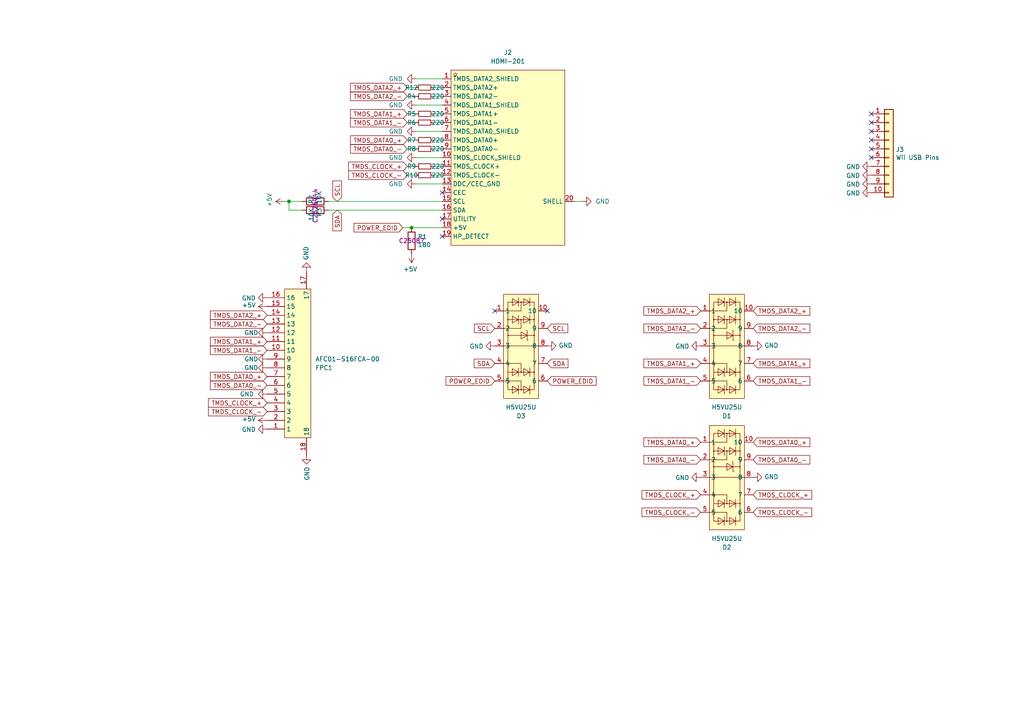
<source format=kicad_sch>
(kicad_sch (version 20230121) (generator eeschema)
  (paper "A4")
  (lib_symbols
    (symbol "Connector_Generic:Conn_01x10" (pin_names (offset 1.016) hide)
      (property "Reference" "J" (at 0 12.7 0))
      (property "Value" "Conn_01x10" (at 0 -15.24 0))
      (symbol "Conn_01x10_1_1"
        (rectangle (start -1.27 -12.573) (end 0 -12.827) (stroke (width 0.1524)))
        (rectangle (start -1.27 -10.033) (end 0 -10.287) (stroke (width 0.1524)))
        (rectangle (start -1.27 -7.493) (end 0 -7.747) (stroke (width 0.1524)))
        (rectangle (start -1.27 -4.953) (end 0 -5.207) (stroke (width 0.1524)))
        (rectangle (start -1.27 -2.413) (end 0 -2.667) (stroke (width 0.1524)))
        (rectangle (start -1.27 0.127) (end 0 -0.127) (stroke (width 0.1524)))
        (rectangle (start -1.27 2.667) (end 0 2.413) (stroke (width 0.1524)))
        (rectangle (start -1.27 5.207) (end 0 4.953) (stroke (width 0.1524)))
        (rectangle (start -1.27 7.747) (end 0 7.493) (stroke (width 0.1524)))
        (rectangle (start -1.27 10.287) (end 0 10.033) (stroke (width 0.1524)))
        (rectangle (start -1.27 11.43) (end 1.27 -13.97) (stroke (width 0.254)) (fill (type background)))
        (pin passive line (at -5.08 10.16 0) (length 3.81) (name "Pin_1") (number "1"))
        (pin passive line (at -5.08 -12.7 0) (length 3.81) (name "Pin_10") (number "10"))
        (pin passive line (at -5.08 7.62 0) (length 3.81) (name "Pin_2") (number "2"))
        (pin passive line (at -5.08 5.08 0) (length 3.81) (name "Pin_3") (number "3"))
        (pin passive line (at -5.08 2.54 0) (length 3.81) (name "Pin_4") (number "4"))
        (pin passive line (at -5.08 0 0) (length 3.81) (name "Pin_5") (number "5"))
        (pin passive line (at -5.08 -2.54 0) (length 3.81) (name "Pin_6") (number "6"))
        (pin passive line (at -5.08 -5.08 0) (length 3.81) (name "Pin_7") (number "7"))
        (pin passive line (at -5.08 -7.62 0) (length 3.81) (name "Pin_8") (number "8"))
        (pin passive line (at -5.08 -10.16 0) (length 3.81) (name "Pin_9") (number "9"))
      )
    )
    (symbol "Device:R" (pin_numbers hide) (pin_names (offset 0))
      (property "Reference" "R" (at 2.032 0 90))
      (property "Value" "R" (at 0 0 90))
      (symbol "R_0_1"
        (rectangle (start -1.016 -2.54) (end 1.016 2.54) (stroke (width 0.254)))
      )
      (symbol "R_1_1"
        (pin passive line (at 0 3.81 270) (length 1.27) (name "~") (number "1"))
        (pin passive line (at 0 -3.81 90) (length 1.27) (name "~") (number "2"))
      )
    )
    (symbol "Device:R_Small" (pin_numbers hide) (pin_names (offset 0.254) hide)
      (property "Reference" "R" (at 0.762 0.508 0))
      (property "Value" "R_Small" (at 0.762 -1.016 0))
      (symbol "R_Small_0_1"
        (rectangle (start -0.762 1.778) (end 0.762 -1.778) (stroke (width 0.2032)))
      )
      (symbol "R_Small_1_1"
        (pin passive line (at 0 2.54 270) (length 0.762) (name "~") (number "1"))
        (pin passive line (at 0 -2.54 90) (length 0.762) (name "~") (number "2"))
      )
    )
    (symbol "easyeda2kicad:AFC01-S16FCA-00"
      (property "Reference" "FPC" (at 0 31.75 0))
      (property "Value" "AFC01-S16FCA-00" (at 0 -31.75 0))
      (symbol "AFC01-S16FCA-00_0_1"
        (rectangle (start -1.27 21.59) (end 6.35 -21.59) (fill (type background)))
        (pin unspecified line (at -6.35 19.05 0) (length 5.08) (name "1") (number "1"))
        (pin unspecified line (at -6.35 -3.81 0) (length 5.08) (name "10") (number "10"))
        (pin unspecified line (at -6.35 -6.35 0) (length 5.08) (name "11") (number "11"))
        (pin unspecified line (at -6.35 -8.89 0) (length 5.08) (name "12") (number "12"))
        (pin unspecified line (at -6.35 -11.43 0) (length 5.08) (name "13") (number "13"))
        (pin unspecified line (at -6.35 -13.97 0) (length 5.08) (name "14") (number "14"))
        (pin unspecified line (at -6.35 -16.51 0) (length 5.08) (name "15") (number "15"))
        (pin unspecified line (at -6.35 -19.05 0) (length 5.08) (name "16") (number "16"))
        (pin unspecified line (at 5.08 -26.67 90) (length 5.08) (name "17") (number "17"))
        (pin unspecified line (at 5.08 26.67 270) (length 5.08) (name "18") (number "18"))
        (pin unspecified line (at -6.35 16.51 0) (length 5.08) (name "2") (number "2"))
        (pin unspecified line (at -6.35 13.97 0) (length 5.08) (name "3") (number "3"))
        (pin unspecified line (at -6.35 11.43 0) (length 5.08) (name "4") (number "4"))
        (pin unspecified line (at -6.35 8.89 0) (length 5.08) (name "5") (number "5"))
        (pin unspecified line (at -6.35 6.35 0) (length 5.08) (name "6") (number "6"))
        (pin unspecified line (at -6.35 3.81 0) (length 5.08) (name "7") (number "7"))
        (pin unspecified line (at -6.35 1.27 0) (length 5.08) (name "8") (number "8"))
        (pin unspecified line (at -6.35 -1.27 0) (length 5.08) (name "9") (number "9"))
      )
    )
    (symbol "easyeda2kicad:H5VU25U"
      (property "Reference" "D" (at 0 12.7 0))
      (property "Value" "H5VU25U" (at 0 -12.7 0))
      (symbol "H5VU25U_0_1"
        (rectangle (start -14.99 5.08) (end 15.24 -5.08) (fill (type background)))
        (circle (center -12.7 0) (radius 0.13))
        (circle (center -7.62 -3.81) (radius 0.13))
        (circle (center -7.62 0) (radius 0.13))
        (circle (center -7.62 3.81) (radius 0.13))
        (circle (center -3.05 -3.81) (radius 0.13))
        (circle (center -3.05 3.81) (radius 0.13))
        (circle (center 0 -3.81) (radius 0.13))
        (polyline (pts (xy -13.97 -0.76) (xy -11.43 -0.76)))
        (polyline (pts (xy -13.97 2.54) (xy -11.43 2.54)))
        (polyline (pts (xy -12.7 -3.81) (xy -12.7 3.81)))
        (polyline (pts (xy -12.7 -3.81) (xy 12.7 -3.81)))
        (polyline (pts (xy -12.7 3.81) (xy 12.7 3.81)))
        (polyline (pts (xy -10.16 -3.81) (xy -10.16 -5.08)))
        (polyline (pts (xy -8.89 -0.76) (xy -6.35 -0.76)))
        (polyline (pts (xy -8.89 2.54) (xy -6.35 2.54)))
        (polyline (pts (xy -7.62 -3.81) (xy -7.62 3.81)))
        (polyline (pts (xy -5.08 -3.81) (xy -5.08 -5.08)))
        (polyline (pts (xy -4.32 1.78) (xy -4.57 1.52)))
        (polyline (pts (xy -4.32 1.78) (xy -1.78 1.78)))
        (polyline (pts (xy -3.05 -3.81) (xy -3.05 3.81)))
        (polyline (pts (xy -1.78 1.78) (xy -1.52 2.03)))
        (polyline (pts (xy 0 5.08) (xy 0 -5.08)))
        (polyline (pts (xy 5.08 -3.81) (xy 5.08 -5.08)))
        (polyline (pts (xy 6.35 -0.76) (xy 8.89 -0.76)))
        (polyline (pts (xy 6.35 2.54) (xy 8.89 2.54)))
        (polyline (pts (xy 7.62 -3.81) (xy 7.62 3.81)))
        (polyline (pts (xy 11.43 -0.76) (xy 13.97 -0.76)))
        (polyline (pts (xy 11.43 2.54) (xy 13.97 2.54)))
        (polyline (pts (xy 12.7 -3.81) (xy 12.7 3.81)))
        (polyline (pts (xy -12.7 0) (xy -10.16 0) (xy -10.16 -3.81)))
        (polyline (pts (xy -7.62 0) (xy -5.08 0) (xy -5.08 -3.81)))
        (polyline (pts (xy 7.62 0) (xy 5.08 0) (xy 5.08 -3.81)))
        (polyline (pts (xy 12.7 0) (xy 10.16 0) (xy 10.16 -5.08)))
        (polyline (pts (xy -13.72 -2.54) (xy -12.7 -0.76) (xy -11.68 -2.54) (xy -13.72 -2.54)) (fill (type background)))
        (polyline (pts (xy -13.72 0.76) (xy -12.7 2.54) (xy -11.68 0.76) (xy -13.72 0.76)) (fill (type background)))
        (polyline (pts (xy -8.64 -2.54) (xy -7.62 -0.76) (xy -6.6 -2.54) (xy -8.64 -2.54)) (fill (type background)))
        (polyline (pts (xy -8.64 0.76) (xy -7.62 2.54) (xy -6.6 0.76) (xy -8.64 0.76)) (fill (type background)))
        (polyline (pts (xy -4.06 0) (xy -3.05 1.78) (xy -2.03 0) (xy -4.06 0)) (fill (type background)))
        (polyline (pts (xy 6.6 -2.54) (xy 7.62 -0.76) (xy 8.64 -2.54) (xy 6.6 -2.54)) (fill (type background)))
        (polyline (pts (xy 6.6 0.76) (xy 7.62 2.54) (xy 8.64 0.76) (xy 6.6 0.76)) (fill (type background)))
        (polyline (pts (xy 11.68 -2.54) (xy 12.7 -0.76) (xy 13.72 -2.54) (xy 11.68 -2.54)) (fill (type background)))
        (polyline (pts (xy 11.68 0.76) (xy 12.7 2.54) (xy 13.72 0.76) (xy 11.68 0.76)) (fill (type background)))
        (circle (center 7.62 0) (radius 0.13))
        (circle (center 7.62 3.81) (radius 0.13))
        (circle (center 12.7 0) (radius 0.13))
        (pin unspecified line (at -10.16 -7.62 90) (length 2.54) (name "1") (number "1"))
        (pin unspecified line (at -10.16 7.62 270) (length 2.54) (name "10") (number "10"))
        (pin unspecified line (at -5.08 -7.62 90) (length 2.54) (name "2") (number "2"))
        (pin unspecified line (at 0 -7.62 90) (length 2.54) (name "3") (number "3"))
        (pin unspecified line (at 5.08 -7.62 90) (length 2.54) (name "4") (number "4"))
        (pin unspecified line (at 10.16 -7.62 90) (length 2.54) (name "5") (number "5"))
        (pin unspecified line (at 10.16 7.62 270) (length 2.54) (name "6") (number "6"))
        (pin unspecified line (at 5.08 7.62 270) (length 2.54) (name "7") (number "7"))
        (pin unspecified line (at 0 7.62 270) (length 2.54) (name "8") (number "8"))
        (pin unspecified line (at -5.08 7.62 270) (length 2.54) (name "9") (number "9"))
      )
    )
    (symbol "easyeda2kicad:HDMI-201"
      (property "Reference" "USB" (at 0 27.94 0))
      (property "Value" "HDMI-201" (at 0 -27.94 0))
      (symbol "HDMI-201_0_1"
        (rectangle (start -16.51 25.4) (end 16.51 -25.4) (fill (type background)))
        (circle (center -15.24 24.13) (radius 0.38))
        (pin unspecified line (at -19.05 22.86 0) (length 2.54) (name "TMDS_DATA2_SHIELD") (number "1"))
        (pin unspecified line (at -19.05 0 0) (length 2.54) (name "TMDS_CLOCK_SHIELD") (number "10"))
        (pin unspecified line (at -19.05 -2.54 0) (length 2.54) (name "TMDS_CLOCK+") (number "11"))
        (pin unspecified line (at -19.05 -5.08 0) (length 2.54) (name "TMDS_CLOCK-") (number "12"))
        (pin unspecified line (at -19.05 -7.62 0) (length 2.54) (name "DDC/CEC_GND") (number "13"))
        (pin unspecified line (at -19.05 -10.16 0) (length 2.54) (name "CEC") (number "14"))
        (pin unspecified line (at -19.05 -12.7 0) (length 2.54) (name "SCL") (number "15"))
        (pin unspecified line (at -19.05 -15.24 0) (length 2.54) (name "SDA") (number "16"))
        (pin unspecified line (at -19.05 -17.78 0) (length 2.54) (name "UTILITY") (number "17"))
        (pin unspecified line (at -19.05 -20.32 0) (length 2.54) (name "+5V") (number "18"))
        (pin unspecified line (at -19.05 -22.86 0) (length 2.54) (name "HP_DETECT") (number "19"))
        (pin unspecified line (at -19.05 20.32 0) (length 2.54) (name "TMDS_DATA2+") (number "2"))
        (pin unspecified line (at 19.05 -12.7 180) (length 2.54) (name "SHELL") (number "20"))
        (pin unspecified line (at -19.05 17.78 0) (length 2.54) (name "TMDS_DATA2-") (number "3"))
        (pin unspecified line (at -19.05 15.24 0) (length 2.54) (name "TMDS_DATA1_SHIELD") (number "4"))
        (pin unspecified line (at -19.05 12.7 0) (length 2.54) (name "TMDS_DATA1+") (number "5"))
        (pin unspecified line (at -19.05 10.16 0) (length 2.54) (name "TMDS_DATA1-") (number "6"))
        (pin unspecified line (at -19.05 7.62 0) (length 2.54) (name "TMDS_DATA0_SHIELD") (number "7"))
        (pin unspecified line (at -19.05 5.08 0) (length 2.54) (name "TMDS_DATA0+") (number "8"))
        (pin unspecified line (at -19.05 2.54 0) (length 2.54) (name "TMDS_DATA0-") (number "9"))
      )
    )
    (symbol "power:+5V" (power) (pin_names (offset 0))
      (property "Value" "+5V" (at 0 3.556 0))
      (symbol "+5V_0_1"
        (polyline (pts (xy -0.762 1.27) (xy 0 2.54)))
        (polyline (pts (xy 0 0) (xy 0 2.54)))
        (polyline (pts (xy 0 2.54) (xy 0.762 1.27)))
      )
      (symbol "+5V_1_1"
        (pin power_in line (at 0 0 90) (length 0) hide (name "+5V") (number "1"))
      )
    )
    (symbol "power:GND" (power) (pin_names (offset 0))
      (property "Value" "GND" (at 0 -3.81 0))
      (symbol "GND_0_1"
        (polyline (pts (xy 0 0) (xy 0 -1.27) (xy 1.27 -1.27) (xy 0 -2.54) (xy -1.27 -1.27) (xy 0 -1.27)))
      )
      (symbol "GND_1_1"
        (pin power_in line (at 0 0 270) (length 0) hide (name "GND") (number "1"))
      )
    )
  )
  (junction (at 83.82 58.42))
  (junction (at 119.38 66.04))
  (no_connect (at 128.27 68.58))
  (no_connect (at 252.73 33.02))
  (no_connect (at 252.73 43.18))
  (no_connect (at 252.73 38.1))
  (no_connect (at 252.73 35.56))
  (no_connect (at 252.73 45.72))
  (no_connect (at 128.27 63.5))
  (no_connect (at 252.73 40.64))
  (no_connect (at 128.27 55.88))
  (no_connect (at 143.51 90.17))
  (no_connect (at 158.75 90.17))
  (wire (pts (xy 95.25 58.42) (xy 128.27 58.42)))
  (wire (pts (xy 83.82 58.42) (xy 87.63 58.42)))
  (wire (pts (xy 120.65 48.26) (xy 118.11 48.26)))
  (wire (pts (xy 128.27 40.64) (xy 125.73 40.64)))
  (wire (pts (xy 119.38 66.04) (xy 128.27 66.04)))
  (wire (pts (xy 120.65 40.64) (xy 118.11 40.64)))
  (wire (pts (xy 82.55 58.42) (xy 83.82 58.42)))
  (wire (pts (xy 120.65 27.94) (xy 118.11 27.94)))
  (wire (pts (xy 120.65 38.1) (xy 128.27 38.1)))
  (wire (pts (xy 95.25 60.96) (xy 128.27 60.96)))
  (wire (pts (xy 128.27 50.8) (xy 125.73 50.8)))
  (wire (pts (xy 120.65 45.72) (xy 128.27 45.72)))
  (wire (pts (xy 168.91 58.42) (xy 166.37 58.42)))
  (wire (pts (xy 83.82 60.96) (xy 83.82 58.42)))
  (wire (pts (xy 87.63 60.96) (xy 83.82 60.96)))
  (wire (pts (xy 120.65 25.4) (xy 118.11 25.4)))
  (wire (pts (xy 128.27 33.02) (xy 125.73 33.02)))
  (wire (pts (xy 119.38 66.04) (xy 116.84 66.04)))
  (wire (pts (xy 128.27 27.94) (xy 125.73 27.94)))
  (wire (pts (xy 120.65 35.56) (xy 118.11 35.56)))
  (wire (pts (xy 120.65 50.8) (xy 118.11 50.8)))
  (wire (pts (xy 128.27 35.56) (xy 125.73 35.56)))
  (wire (pts (xy 128.27 25.4) (xy 125.73 25.4)))
  (wire (pts (xy 120.65 22.86) (xy 128.27 22.86)))
  (wire (pts (xy 128.27 48.26) (xy 125.73 48.26)))
  (wire (pts (xy 120.65 33.02) (xy 118.11 33.02)))
  (wire (pts (xy 120.65 30.48) (xy 128.27 30.48)))
  (wire (pts (xy 128.27 43.18) (xy 125.73 43.18)))
  (wire (pts (xy 120.65 43.18) (xy 118.11 43.18)))
  (wire (pts (xy 120.65 53.34) (xy 128.27 53.34)))
  (global_label "POWER_EDID" (shape input) (at 116.84 66.04 180) (property "Intersheetrefs" "${INTERSHEET_REFS}" (effects hide)))
  (global_label "SCL" (shape input) (at 158.75 95.25 0) (property "Intersheetrefs" "${INTERSHEET_REFS}" (effects hide)))
  (global_label "TMDS_DATA2_+" (shape input) (at 218.44 90.17 0) (property "Intersheetrefs" "${INTERSHEET_REFS}" (effects hide)))
  (global_label "TMDS_DATA0_-" (shape input) (at 118.11 43.18 180) (property "Intersheetrefs" "${INTERSHEET_REFS}" (effects hide)))
  (global_label "TMDS_DATA2_-" (shape input) (at 77.47 93.98 180) (property "Intersheetrefs" "${INTERSHEET_REFS}" (effects hide)))
  (global_label "SDA" (shape input) (at 158.75 105.41 0) (property "Intersheetrefs" "${INTERSHEET_REFS}" (effects hide)))
  (global_label "TMDS_CLOCK_-" (shape input) (at 77.47 119.38 180) (property "Intersheetrefs" "${INTERSHEET_REFS}" (effects hide)))
  (global_label "TMDS_DATA1_-" (shape input) (at 203.2 110.49 180) (property "Intersheetrefs" "${INTERSHEET_REFS}" (effects hide)))
  (global_label "TMDS_CLOCK_-" (shape input) (at 118.11 50.8 180) (property "Intersheetrefs" "${INTERSHEET_REFS}" (effects hide)))
  (global_label "TMDS_CLOCK_+" (shape input) (at 218.44 143.51 0) (property "Intersheetrefs" "${INTERSHEET_REFS}" (effects hide)))
  (global_label "POWER_EDID" (shape input) (at 158.75 110.49 0) (property "Intersheetrefs" "${INTERSHEET_REFS}" (effects hide)))
  (global_label "TMDS_CLOCK_+" (shape input) (at 203.2 143.51 180) (property "Intersheetrefs" "${INTERSHEET_REFS}" (effects hide)))
  (global_label "TMDS_CLOCK_+" (shape input) (at 77.47 116.84 180) (property "Intersheetrefs" "${INTERSHEET_REFS}" (effects hide)))
  (global_label "POWER_EDID" (shape input) (at 143.51 110.49 180) (property "Intersheetrefs" "${INTERSHEET_REFS}" (effects hide)))
  (global_label "TMDS_DATA1_+" (shape input) (at 77.47 99.06 180) (property "Intersheetrefs" "${INTERSHEET_REFS}" (effects hide)))
  (global_label "TMDS_DATA1_+" (shape input) (at 118.11 33.02 180) (property "Intersheetrefs" "${INTERSHEET_REFS}" (effects hide)))
  (global_label "TMDS_DATA0_-" (shape input) (at 203.2 133.35 180) (property "Intersheetrefs" "${INTERSHEET_REFS}" (effects hide)))
  (global_label "TMDS_DATA1_+" (shape input) (at 203.2 105.41 180) (property "Intersheetrefs" "${INTERSHEET_REFS}" (effects hide)))
  (global_label "TMDS_DATA1_-" (shape input) (at 218.44 110.49 0) (property "Intersheetrefs" "${INTERSHEET_REFS}" (effects hide)))
  (global_label "TMDS_DATA0_-" (shape input) (at 77.47 111.76 180) (property "Intersheetrefs" "${INTERSHEET_REFS}" (effects hide)))
  (global_label "TMDS_DATA2_-" (shape input) (at 218.44 95.25 0) (property "Intersheetrefs" "${INTERSHEET_REFS}" (effects hide)))
  (global_label "TMDS_CLOCK_-" (shape input) (at 218.44 148.59 0) (property "Intersheetrefs" "${INTERSHEET_REFS}" (effects hide)))
  (global_label "SCL" (shape input) (at 97.79 58.42 90) (property "Intersheetrefs" "${INTERSHEET_REFS}" (effects hide)))
  (global_label "TMDS_DATA1_-" (shape input) (at 118.11 35.56 180) (property "Intersheetrefs" "${INTERSHEET_REFS}" (effects hide)))
  (global_label "TMDS_DATA1_+" (shape input) (at 218.44 105.41 0) (property "Intersheetrefs" "${INTERSHEET_REFS}" (effects hide)))
  (global_label "TMDS_DATA0_+" (shape input) (at 218.44 128.27 0) (property "Intersheetrefs" "${INTERSHEET_REFS}" (effects hide)))
  (global_label "SCL" (shape input) (at 143.51 95.25 180) (property "Intersheetrefs" "${INTERSHEET_REFS}" (effects hide)))
  (global_label "TMDS_CLOCK_+" (shape input) (at 118.11 48.26 180) (property "Intersheetrefs" "${INTERSHEET_REFS}" (effects hide)))
  (global_label "TMDS_CLOCK_-" (shape input) (at 203.2 148.59 180) (property "Intersheetrefs" "${INTERSHEET_REFS}" (effects hide)))
  (global_label "TMDS_DATA2_-" (shape input) (at 118.11 27.94 180) (property "Intersheetrefs" "${INTERSHEET_REFS}" (effects hide)))
  (global_label "SDA" (shape input) (at 143.51 105.41 180) (property "Intersheetrefs" "${INTERSHEET_REFS}" (effects hide)))
  (global_label "TMDS_DATA0_+" (shape input) (at 77.47 109.22 180) (property "Intersheetrefs" "${INTERSHEET_REFS}" (effects hide)))
  (global_label "SDA" (shape input) (at 97.79 60.96 270) (property "Intersheetrefs" "${INTERSHEET_REFS}" (effects hide)))
  (global_label "TMDS_DATA1_-" (shape input) (at 77.47 101.6 180) (property "Intersheetrefs" "${INTERSHEET_REFS}" (effects hide)))
  (global_label "TMDS_DATA2_+" (shape input) (at 203.2 90.17 180) (property "Intersheetrefs" "${INTERSHEET_REFS}" (effects hide)))
  (global_label "TMDS_DATA0_+" (shape input) (at 203.2 128.27 180) (property "Intersheetrefs" "${INTERSHEET_REFS}" (effects hide)))
  (global_label "TMDS_DATA0_-" (shape input) (at 218.44 133.35 0) (property "Intersheetrefs" "${INTERSHEET_REFS}" (effects hide)))
  (global_label "TMDS_DATA2_+" (shape input) (at 77.47 91.44 180) (property "Intersheetrefs" "${INTERSHEET_REFS}" (effects hide)))
  (global_label "TMDS_DATA0_+" (shape input) (at 118.11 40.64 180) (property "Intersheetrefs" "${INTERSHEET_REFS}" (effects hide)))
  (global_label "TMDS_DATA2_-" (shape input) (at 203.2 95.25 180) (property "Intersheetrefs" "${INTERSHEET_REFS}" (effects hide)))
  (global_label "TMDS_DATA2_+" (shape input) (at 118.11 25.4 180) (property "Intersheetrefs" "${INTERSHEET_REFS}" (effects hide)))
  (symbol (lib_id "power:GND") (at 77.47 106.68 270) (unit 1)
    (property "Reference" "#PWR0103" (effects hide))
    (property "Value" "GND" (at 74.93 106.68 90) (effects (justify right)))
  )
  (symbol (lib_id "power:GND") (at 77.47 114.3 270) (unit 1)
    (property "Reference" "#PWR0104" (effects hide))
    (property "Value" "GND" (at 73.66 114.3 90) (effects (justify right)))
  )
  (symbol (lib_id "power:GND") (at 88.9 132.08 0) (unit 1)
    (property "Reference" "#PWR0107" (effects hide))
    (property "Value" "GND" (at 89.027 135.3312 90) (effects (justify right)))
  )
  (symbol (lib_id "Connector_Generic:Conn_01x10") (at 257.81 43.18 0) (unit 1) (in_bom no)
    (property "Reference" "J3" (at 259.8166 43.3832 0) (effects (justify left)))
    (property "Value" "Wii USB Pins" (at 259.8166 45.6946 0) (effects (justify left)))
    (property "Footprint" "wiihdmi_pcb:Wii USB Port" (effects hide))
  )
  (symbol (lib_id "power:GND") (at 252.73 48.26 270) (unit 1)
    (property "Reference" "#PWR0121" (effects hide))
    (property "Value" "GND" (at 249.4788 48.387 90) (effects (justify right)))
  )
  (symbol (lib_id "power:GND") (at 252.73 50.8 270) (unit 1)
    (property "Reference" "#PWR0122" (effects hide))
    (property "Value" "GND" (at 249.4788 50.927 90) (effects (justify right)))
  )
  (symbol (lib_id "power:GND") (at 252.73 53.34 270) (unit 1)
    (property "Reference" "#PWR0123" (effects hide))
    (property "Value" "GND" (at 249.4788 53.467 90) (effects (justify right)))
  )
  (symbol (lib_id "power:GND") (at 252.73 55.88 270) (unit 1)
    (property "Reference" "#PWR0124" (effects hide))
    (property "Value" "GND" (at 249.4788 56.007 90) (effects (justify right)))
  )
  (symbol (lib_id "Device:R_Small") (at 123.19 35.56 90) (unit 1)
    (property "Reference" "R6" (at 119.38 35.56 90))
    (property "Value" "220" (at 127 35.56 90))
    (property "Footprint" "Resistor_SMD:R_0402_1005Metric" (effects hide))
    (property "JLC Part" "C25091" (effects hide))
  )
  (symbol (lib_id "Device:R") (at 119.38 69.85 0) (unit 1)
    (property "Reference" "R1" (at 121.158 68.6816 0) (effects (justify left)))
    (property "Value" "180" (at 121.158 70.993 0) (effects (justify left)))
    (property "Footprint" "Resistor_SMD:R_0402_1005Metric" (effects hide))
    (property "JLC Part" "C25087" (at 119.38 69.85 0))
  )
  (symbol (lib_id "Device:R_Small") (at 123.19 25.4 90) (unit 1)
    (property "Reference" "R12" (at 119.38 25.4 90))
    (property "Value" "220" (at 127 25.4 90))
    (property "Footprint" "Resistor_SMD:R_0402_1005Metric" (effects hide))
    (property "JLC Part" "C25091" (effects hide))
  )
  (symbol (lib_id "power:GND") (at 120.65 53.34 270) (unit 1)
    (property "Reference" "#PWR020" (effects hide))
    (property "Value" "GND" (at 116.84 53.34 90) (effects (justify right)))
  )
  (symbol (lib_id "easyeda2kicad:H5VU25U") (at 210.82 138.43 270) (unit 1)
    (property "Reference" "D2" (at 210.82 158.75 90))
    (property "Value" "H5VU25U" (at 210.82 156.21 90))
    (property "Footprint" "easyeda2kicad:DFN2510-10_L2.5-W1.0-P0.50-BL" (effects hide))
    (property "LCSC Part" "C7420374" (effects hide))
  )
  (symbol (lib_id "Device:R_Small") (at 123.19 48.26 90) (unit 1)
    (property "Reference" "R9" (at 119.38 48.26 90))
    (property "Value" "220" (at 127 48.26 90))
    (property "Footprint" "Resistor_SMD:R_0402_1005Metric" (effects hide))
    (property "JLC Part" "C25091" (effects hide))
  )
  (symbol (lib_id "power:GND") (at 77.47 124.46 270) (unit 1)
    (property "Reference" "#PWR03" (effects hide))
    (property "Value" "GND" (at 74.2188 124.587 90) (effects (justify right)))
  )
  (symbol (lib_id "power:GND") (at 203.2 100.33 270) (unit 1)
    (property "Reference" "#PWR08" (effects hide))
    (property "Value" "GND" (at 199.9488 100.457 90) (effects (justify right)))
  )
  (symbol (lib_id "power:GND") (at 158.75 100.33 90) (unit 1)
    (property "Reference" "#PWR012" (effects hide))
    (property "Value" "GND" (at 162.0012 100.203 90) (effects (justify right)))
  )
  (symbol (lib_id "power:GND") (at 168.91 58.42 90) (unit 1)
    (property "Reference" "#PWR021" (effects hide))
    (property "Value" "GND" (at 172.72 58.42 90) (effects (justify right)))
  )
  (symbol (lib_id "power:GND") (at 218.44 100.33 90) (unit 1)
    (property "Reference" "#PWR07" (effects hide))
    (property "Value" "GND" (at 221.6912 100.203 90) (effects (justify right)))
  )
  (symbol (lib_id "power:GND") (at 120.65 38.1 270) (unit 1)
    (property "Reference" "#PWR018" (effects hide))
    (property "Value" "GND" (at 116.84 38.1 90) (effects (justify right)))
  )
  (symbol (lib_id "easyeda2kicad:HDMI-201") (at 147.32 45.72 0) (unit 1)
    (property "Reference" "J2" (at 147.32 15.24 0))
    (property "Value" "HDMI-201" (at 147.32 17.78 0))
    (property "Footprint" "easyeda2kicad:HDMI-SMD_HDMI-201" (effects hide))
    (property "LCSC Part" "C720618" (effects hide))
  )
  (symbol (lib_id "power:+5V") (at 82.55 58.42 90) (unit 1)
    (property "Reference" "#PWR015" (effects hide))
    (property "Value" "+5V" (at 78.1558 58.039 0))
  )
  (symbol (lib_id "easyeda2kicad:AFC01-S16FCA-00") (at 83.82 105.41 0) (mirror x) (unit 1)
    (property "Reference" "FPC1" (at 91.44 106.68 0) (effects (justify left)))
    (property "Value" "AFC01-S16FCA-00" (at 91.44 104.14 0) (effects (justify left)))
    (property "Footprint" "easyeda2kicad:FPC-SMD_P0.50-16P_FGS-XJ-H2.0" (effects hide))
    (property "Datasheet" "https://lcsc.com/product-detail/Others_JUSHUO-AFC01-S16FCA-00_C262665.html" (effects hide))
    (property "LCSC Part" "C262665" (effects hide))
  )
  (symbol (lib_id "Device:R_Small") (at 123.19 33.02 90) (unit 1)
    (property "Reference" "R5" (at 119.38 33.02 90))
    (property "Value" "220" (at 127 33.02 90))
    (property "Footprint" "Resistor_SMD:R_0402_1005Metric" (effects hide))
    (property "JLC Part" "C25091" (effects hide))
  )
  (symbol (lib_id "power:GND") (at 120.65 22.86 270) (unit 1)
    (property "Reference" "#PWR016" (effects hide))
    (property "Value" "GND" (at 116.84 22.86 90) (effects (justify right)))
  )
  (symbol (lib_id "power:+5V") (at 77.47 121.92 90) (unit 1)
    (property "Reference" "#PWR02" (effects hide))
    (property "Value" "+5V" (at 74.2188 121.539 90) (effects (justify left)))
  )
  (symbol (lib_id "power:GND") (at 143.51 100.33 270) (unit 1)
    (property "Reference" "#PWR011" (effects hide))
    (property "Value" "GND" (at 140.2588 100.457 90) (effects (justify right)))
  )
  (symbol (lib_id "power:+5V") (at 119.38 73.66 180) (unit 1)
    (property "Reference" "#PWR014" (effects hide))
    (property "Value" "+5V" (at 118.999 78.0542 0))
  )
  (symbol (lib_id "Device:R_Small") (at 123.19 50.8 90) (unit 1)
    (property "Reference" "R10" (at 119.38 50.8 90))
    (property "Value" "220" (at 127 50.8 90))
    (property "Footprint" "Resistor_SMD:R_0402_1005Metric" (effects hide))
    (property "JLC Part" "C25091" (effects hide))
  )
  (symbol (lib_id "Device:R") (at 91.44 60.96 90) (unit 1)
    (property "Reference" "R2" (at 90.2716 59.182 0) (effects (justify left)))
    (property "Value" "10K" (at 92.583 59.182 0) (effects (justify left)))
    (property "Footprint" "Resistor_SMD:R_0402_1005Metric" (effects hide))
    (property "JLC Part" "C25744" (at 91.44 60.96 0))
  )
  (symbol (lib_id "Device:R") (at 91.44 58.42 270) (unit 1)
    (property "Reference" "R3" (at 92.6084 60.198 0) (effects (justify left)))
    (property "Value" "10K" (at 90.297 60.198 0) (effects (justify left)))
    (property "Footprint" "Resistor_SMD:R_0402_1005Metric" (effects hide))
    (property "JLC Part" "C25744" (at 91.44 58.42 0))
  )
  (symbol (lib_id "Device:R_Small") (at 123.19 43.18 90) (unit 1)
    (property "Reference" "R8" (at 119.38 43.18 90))
    (property "Value" "220" (at 127 43.18 90))
    (property "Footprint" "Resistor_SMD:R_0402_1005Metric" (effects hide))
    (property "JLC Part" "C25091" (effects hide))
  )
  (symbol (lib_id "power:+5V") (at 77.47 88.9 90) (unit 1)
    (property "Reference" "#PWR06" (effects hide))
    (property "Value" "+5V" (at 74.2188 88.519 90) (effects (justify left)))
  )
  (symbol (lib_id "Device:R_Small") (at 123.19 40.64 90) (unit 1)
    (property "Reference" "R7" (at 119.38 40.64 90))
    (property "Value" "220" (at 127 40.64 90))
    (property "Footprint" "Resistor_SMD:R_0402_1005Metric" (effects hide))
    (property "JLC Part" "C25091" (effects hide))
  )
  (symbol (lib_id "power:GND") (at 88.9 78.74 180) (unit 1)
    (property "Reference" "#PWR013" (effects hide))
    (property "Value" "GND" (at 88.773 75.4888 90) (effects (justify right)))
  )
  (symbol (lib_id "power:GND") (at 77.47 86.36 270) (unit 1)
    (property "Reference" "#PWR04" (effects hide))
    (property "Value" "GND" (at 74.2188 86.487 90) (effects (justify right)))
  )
  (symbol (lib_id "power:GND") (at 203.2 138.43 270) (unit 1)
    (property "Reference" "#PWR09" (effects hide))
    (property "Value" "GND" (at 199.9488 138.557 90) (effects (justify right)))
  )
  (symbol (lib_id "Device:R_Small") (at 123.19 27.94 90) (unit 1)
    (property "Reference" "R4" (at 119.38 27.94 90))
    (property "Value" "220" (at 127 27.94 90))
    (property "Footprint" "Resistor_SMD:R_0402_1005Metric" (effects hide))
    (property "JLC Part" "C25091" (effects hide))
  )
  (symbol (lib_id "power:GND") (at 77.47 96.52 270) (unit 1)
    (property "Reference" "#PWR05" (effects hide))
    (property "Value" "GND" (at 74.93 96.52 90) (effects (justify right)))
  )
  (symbol (lib_id "power:GND") (at 218.44 138.43 90) (unit 1)
    (property "Reference" "#PWR010" (effects hide))
    (property "Value" "GND" (at 221.6912 138.303 90) (effects (justify right)))
  )
  (symbol (lib_id "easyeda2kicad:H5VU25U") (at 210.82 100.33 270) (unit 1)
    (property "Reference" "D1" (at 210.82 120.65 90))
    (property "Value" "H5VU25U" (at 210.82 118.11 90))
    (property "Footprint" "easyeda2kicad:DFN2510-10_L2.5-W1.0-P0.50-BL" (effects hide))
    (property "LCSC Part" "C7420374" (effects hide))
  )
  (symbol (lib_id "power:GND") (at 120.65 45.72 270) (unit 1)
    (property "Reference" "#PWR019" (effects hide))
    (property "Value" "GND" (at 116.84 45.72 90) (effects (justify right)))
  )
  (symbol (lib_id "power:GND") (at 120.65 30.48 270) (unit 1)
    (property "Reference" "#PWR017" (effects hide))
    (property "Value" "GND" (at 116.84 30.48 90) (effects (justify right)))
  )
  (symbol (lib_id "easyeda2kicad:H5VU25U") (at 151.13 100.33 270) (unit 1)
    (property "Reference" "D3" (at 151.13 120.65 90))
    (property "Value" "H5VU25U" (at 151.13 118.11 90))
    (property "Footprint" "easyeda2kicad:DFN2510-10_L2.5-W1.0-P0.50-BL" (effects hide))
    (property "LCSC Part" "C7420374" (effects hide))
  )
  (symbol (lib_id "power:GND") (at 77.47 104.14 270) (unit 1)
    (property "Reference" "#PWR01" (effects hide))
    (property "Value" "GND" (at 74.93 104.14 90) (effects (justify right)))
  )
)
</source>
